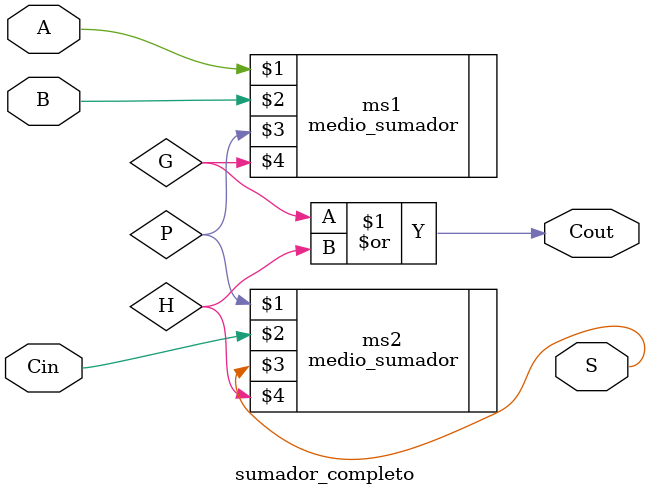
<source format=v>

module sumador_completo(
    input A,
    input B,
    input Cin,
    output S,
    output Cout);
        wire P,G,H;
        medio_sumador ms1(A,B,P,G);
        medio_sumador ms2(P,Cin,S,H);
        or (Cout,G,H);
endmodule

</source>
